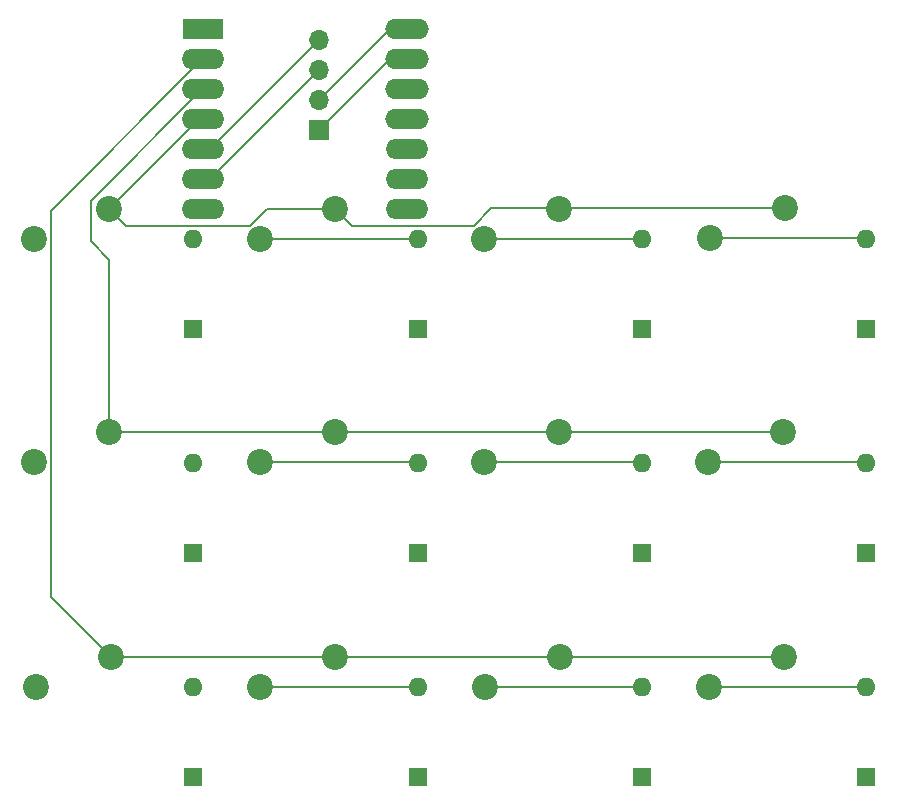
<source format=gbr>
%TF.GenerationSoftware,KiCad,Pcbnew,8.0.6*%
%TF.CreationDate,2024-10-21T19:55:21-04:00*%
%TF.ProjectId,pcb,7063622e-6b69-4636-9164-5f7063625858,rev?*%
%TF.SameCoordinates,Original*%
%TF.FileFunction,Copper,L1,Top*%
%TF.FilePolarity,Positive*%
%FSLAX46Y46*%
G04 Gerber Fmt 4.6, Leading zero omitted, Abs format (unit mm)*
G04 Created by KiCad (PCBNEW 8.0.6) date 2024-10-21 19:55:21*
%MOMM*%
%LPD*%
G01*
G04 APERTURE LIST*
%TA.AperFunction,ComponentPad*%
%ADD10O,1.600000X1.600000*%
%TD*%
%TA.AperFunction,ComponentPad*%
%ADD11R,1.600000X1.600000*%
%TD*%
%TA.AperFunction,ComponentPad*%
%ADD12C,2.200000*%
%TD*%
%TA.AperFunction,ComponentPad*%
%ADD13O,1.700000X1.700000*%
%TD*%
%TA.AperFunction,ComponentPad*%
%ADD14R,1.700000X1.700000*%
%TD*%
%TA.AperFunction,ComponentPad*%
%ADD15O,3.700000X1.700000*%
%TD*%
%TA.AperFunction,ComponentPad*%
%ADD16O,3.600000X1.700000*%
%TD*%
%TA.AperFunction,ComponentPad*%
%ADD17R,3.500000X1.700000*%
%TD*%
%TA.AperFunction,Conductor*%
%ADD18C,0.200000*%
%TD*%
G04 APERTURE END LIST*
D10*
%TO.P,D12,2,A*%
%TO.N,Net-(D12-A)*%
X172420000Y-96000000D03*
D11*
%TO.P,D12,1,K*%
%TO.N,r3*%
X172420000Y-103620000D03*
%TD*%
D10*
%TO.P,D10,2,A*%
%TO.N,Net-(D10-A)*%
X172420000Y-58000000D03*
D11*
%TO.P,D10,1,K*%
%TO.N,r3*%
X172420000Y-65620000D03*
%TD*%
D12*
%TO.P,SW10,2,2*%
%TO.N,Net-(D10-A)*%
X159190000Y-57960000D03*
%TO.P,SW10,1,1*%
%TO.N,c2*%
X165540000Y-55420000D03*
%TD*%
D10*
%TO.P,D8,2,A*%
%TO.N,Net-(D8-A)*%
X153420000Y-77000000D03*
D11*
%TO.P,D8,1,K*%
%TO.N,r2*%
X153420000Y-84620000D03*
%TD*%
D12*
%TO.P,SW9,2,2*%
%TO.N,Net-(D9-A)*%
X140110000Y-95960000D03*
%TO.P,SW9,1,1*%
%TO.N,c0*%
X146460000Y-93420000D03*
%TD*%
D10*
%TO.P,D9,2,A*%
%TO.N,Net-(D9-A)*%
X153420000Y-96000000D03*
D11*
%TO.P,D9,1,K*%
%TO.N,r2*%
X153420000Y-103620000D03*
%TD*%
D12*
%TO.P,SW2,2,2*%
%TO.N,Net-(D2-A)*%
X101980000Y-76960000D03*
%TO.P,SW2,1,1*%
%TO.N,c1*%
X108330000Y-74420000D03*
%TD*%
%TO.P,SW4,2,2*%
%TO.N,Net-(D4-A)*%
X121110000Y-58040000D03*
%TO.P,SW4,1,1*%
%TO.N,c2*%
X127460000Y-55500000D03*
%TD*%
D10*
%TO.P,D4,2,A*%
%TO.N,Net-(D4-A)*%
X134420000Y-58000000D03*
D11*
%TO.P,D4,1,K*%
%TO.N,r1*%
X134420000Y-65620000D03*
%TD*%
D10*
%TO.P,D5,2,A*%
%TO.N,Net-(D5-A)*%
X134420000Y-77000000D03*
D11*
%TO.P,D5,1,K*%
%TO.N,r1*%
X134420000Y-84620000D03*
%TD*%
D10*
%TO.P,D11,2,A*%
%TO.N,Net-(D11-A)*%
X172420000Y-77000000D03*
D11*
%TO.P,D11,1,K*%
%TO.N,r3*%
X172420000Y-84620000D03*
%TD*%
D12*
%TO.P,SW3,2,2*%
%TO.N,Net-(D3-A)*%
X102110000Y-95960000D03*
%TO.P,SW3,1,1*%
%TO.N,c0*%
X108460000Y-93420000D03*
%TD*%
D13*
%TO.P,J1,4,SDA*%
%TO.N,Net-(J1-SDA)*%
X126100000Y-41180000D03*
%TO.P,J1,3,SCL*%
%TO.N,Net-(J1-SCL)*%
X126100000Y-43720000D03*
%TO.P,J1,2,VCC*%
%TO.N,Net-(J1-VCC)*%
X126100000Y-46260000D03*
D14*
%TO.P,J1,1,GND*%
%TO.N,Net-(J1-GND)*%
X126100000Y-48800000D03*
%TD*%
D12*
%TO.P,SW5,2,2*%
%TO.N,Net-(D5-A)*%
X121110000Y-76960000D03*
%TO.P,SW5,1,1*%
%TO.N,c1*%
X127460000Y-74420000D03*
%TD*%
D10*
%TO.P,D6,2,A*%
%TO.N,Net-(D6-A)*%
X134420000Y-96000000D03*
D11*
%TO.P,D6,1,K*%
%TO.N,r1*%
X134420000Y-103620000D03*
%TD*%
D10*
%TO.P,D7,2,A*%
%TO.N,Net-(D7-A)*%
X153420000Y-58000000D03*
D11*
%TO.P,D7,1,K*%
%TO.N,r2*%
X153420000Y-65620000D03*
%TD*%
D12*
%TO.P,SW6,2,2*%
%TO.N,Net-(D6-A)*%
X121110000Y-95960000D03*
%TO.P,SW6,1,1*%
%TO.N,c0*%
X127460000Y-93420000D03*
%TD*%
%TO.P,SW8,2,2*%
%TO.N,Net-(D8-A)*%
X140030000Y-76960000D03*
%TO.P,SW8,1,1*%
%TO.N,c1*%
X146380000Y-74420000D03*
%TD*%
D15*
%TO.P,U1,14,5V*%
%TO.N,Net-(J1-VCC)*%
X133500000Y-40300000D03*
%TO.P,U1,13,GND*%
%TO.N,Net-(J1-GND)*%
X133500000Y-42840000D03*
%TO.P,U1,12,3V3*%
%TO.N,unconnected-(U1-3V3-Pad12)*%
X133500000Y-45380000D03*
%TO.P,U1,11,PA6_A10_D10_MOSI*%
%TO.N,r3*%
X133500000Y-47920000D03*
D16*
%TO.P,U1,10,PA5_A9_D9_MISO*%
%TO.N,r2*%
X133500000Y-50460000D03*
%TO.P,U1,9,PA7_A8_D8_SCK*%
%TO.N,r1*%
X133500000Y-53000000D03*
%TO.P,U1,8,PB09_A7_D7_RX*%
%TO.N,r0*%
X133500000Y-55540000D03*
%TO.P,U1,7,PB08_A6_D6_TX*%
%TO.N,unconnected-(U1-PB08_A6_D6_TX-Pad7)*%
X116250000Y-55540000D03*
%TO.P,U1,6,PA9_A5_D5_SCL*%
%TO.N,Net-(J1-SCL)*%
X116250000Y-53000000D03*
%TO.P,U1,5,PA8_A4_D4_SDA*%
%TO.N,Net-(J1-SDA)*%
X116250000Y-50460000D03*
%TO.P,U1,4,PA11_A3_D3*%
%TO.N,c2*%
X116250000Y-47920000D03*
%TO.P,U1,3,PA10_A2_D2*%
%TO.N,c1*%
X116250000Y-45380000D03*
%TO.P,U1,2,PA4_A1_D1*%
%TO.N,c0*%
X116250000Y-42840000D03*
D17*
%TO.P,U1,1,PA02_A0_D0*%
%TO.N,unconnected-(U1-PA02_A0_D0-Pad1)*%
X116250000Y-40300000D03*
%TD*%
D12*
%TO.P,SW7,2,2*%
%TO.N,Net-(D7-A)*%
X140030000Y-58040000D03*
%TO.P,SW7,1,1*%
%TO.N,c2*%
X146380000Y-55500000D03*
%TD*%
D10*
%TO.P,D1,2,A*%
%TO.N,Net-(D1-A)*%
X115420000Y-58000000D03*
D11*
%TO.P,D1,1,K*%
%TO.N,r0*%
X115420000Y-65620000D03*
%TD*%
D10*
%TO.P,D2,2,A*%
%TO.N,Net-(D2-A)*%
X115420000Y-77000000D03*
D11*
%TO.P,D2,1,K*%
%TO.N,r0*%
X115420000Y-84620000D03*
%TD*%
D10*
%TO.P,D3,2,A*%
%TO.N,Net-(D3-A)*%
X115420000Y-96000000D03*
D11*
%TO.P,D3,1,K*%
%TO.N,r0*%
X115420000Y-103620000D03*
%TD*%
D12*
%TO.P,SW12,2,2*%
%TO.N,Net-(D12-A)*%
X159110000Y-95960000D03*
%TO.P,SW12,1,1*%
%TO.N,c0*%
X165460000Y-93420000D03*
%TD*%
%TO.P,SW11,2,2*%
%TO.N,Net-(D11-A)*%
X159030000Y-76960000D03*
%TO.P,SW11,1,1*%
%TO.N,c1*%
X165380000Y-74420000D03*
%TD*%
%TO.P,SW1,2,2*%
%TO.N,Net-(D1-A)*%
X101980000Y-58040000D03*
%TO.P,SW1,1,1*%
%TO.N,c2*%
X108330000Y-55500000D03*
%TD*%
D18*
%TO.N,Net-(D4-A)*%
X134380000Y-58040000D02*
X134420000Y-58000000D01*
X121110000Y-58040000D02*
X134380000Y-58040000D01*
%TO.N,Net-(D5-A)*%
X121110000Y-76960000D02*
X134380000Y-76960000D01*
X134380000Y-76960000D02*
X134420000Y-77000000D01*
%TO.N,Net-(D6-A)*%
X134380000Y-95960000D02*
X134420000Y-96000000D01*
X121110000Y-95960000D02*
X134380000Y-95960000D01*
%TO.N,Net-(D7-A)*%
X153380000Y-58040000D02*
X153420000Y-58000000D01*
X140030000Y-58040000D02*
X153380000Y-58040000D01*
%TO.N,Net-(D8-A)*%
X153380000Y-76960000D02*
X153420000Y-77000000D01*
X140030000Y-76960000D02*
X153380000Y-76960000D01*
%TO.N,Net-(D9-A)*%
X140110000Y-95960000D02*
X153380000Y-95960000D01*
X153380000Y-95960000D02*
X153420000Y-96000000D01*
%TO.N,Net-(D10-A)*%
X159190000Y-57960000D02*
X172380000Y-57960000D01*
X172380000Y-57960000D02*
X172420000Y-58000000D01*
%TO.N,Net-(D11-A)*%
X159030000Y-76960000D02*
X172380000Y-76960000D01*
X172380000Y-76960000D02*
X172420000Y-77000000D01*
%TO.N,Net-(D12-A)*%
X172380000Y-95960000D02*
X172420000Y-96000000D01*
X159110000Y-95960000D02*
X172380000Y-95960000D01*
%TO.N,Net-(J1-GND)*%
X132060000Y-42840000D02*
X126100000Y-48800000D01*
X132500000Y-42840000D02*
X132060000Y-42840000D01*
%TO.N,Net-(J1-SCL)*%
X126100000Y-43720000D02*
X117250000Y-52570000D01*
%TO.N,Net-(J1-VCC)*%
X132060000Y-40300000D02*
X126100000Y-46260000D01*
X132500000Y-40300000D02*
X132060000Y-40300000D01*
%TO.N,Net-(J1-SDA)*%
X117250000Y-50030000D02*
X117250000Y-50460000D01*
X126100000Y-41180000D02*
X117250000Y-50030000D01*
%TO.N,c0*%
X103380000Y-88340000D02*
X108460000Y-93420000D01*
X103380000Y-55673654D02*
X103380000Y-88340000D01*
X117250000Y-42840000D02*
X116213654Y-42840000D01*
X116213654Y-42840000D02*
X103380000Y-55673654D01*
X108460000Y-93420000D02*
X165460000Y-93420000D01*
%TO.N,c1*%
X108330000Y-59796598D02*
X108330000Y-74420000D01*
X106763402Y-58230000D02*
X108330000Y-59796598D01*
X108330000Y-74420000D02*
X165380000Y-74420000D01*
X117250000Y-45380000D02*
X116213654Y-45380000D01*
X106763402Y-54830252D02*
X106763402Y-58230000D01*
X116213654Y-45380000D02*
X106763402Y-54830252D01*
%TO.N,c2*%
X117250000Y-47920000D02*
X115910000Y-47920000D01*
X128860000Y-56900000D02*
X139190101Y-56900000D01*
X140670101Y-55420000D02*
X165540000Y-55420000D01*
X127460000Y-55500000D02*
X128860000Y-56900000D01*
X108330000Y-55500000D02*
X109730000Y-56900000D01*
X139190101Y-56900000D02*
X140670101Y-55420000D01*
X121670101Y-55500000D02*
X127460000Y-55500000D01*
X109730000Y-56900000D02*
X120270101Y-56900000D01*
X120270101Y-56900000D02*
X121670101Y-55500000D01*
X115910000Y-47920000D02*
X108330000Y-55500000D01*
%TD*%
M02*

</source>
